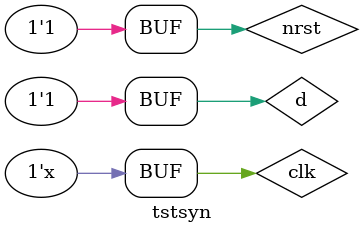
<source format=v>
module tstsyn();

reg d,nrst,clk;
wire syn_rst;

always 
begin  
#10 clk=~clk;
end 

initial 
begin 
clk=1'b0;
nrst=1'b0;

#45
nrst=1'b1;
d=1'b1;

end

syn DUT(
.clk(clk),
.nrst(nrst),
.syn_rst(syn_rst),
.d(d)
);
endmodule
</source>
